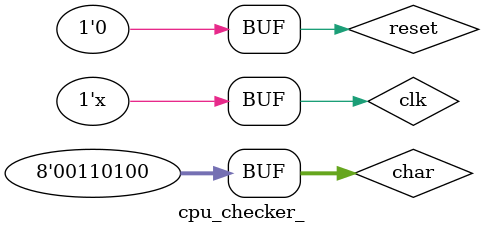
<source format=v>
`timescale 1ns / 1ps


module cpu_checker_;

	// Inputs
	reg clk;
	reg reset;
	reg [7:0] char;

	// Outputs
	wire [1:0] format_type;

	// Instantiate the Unit Under Test (UUT)
	cpu_checker uut (
		.clk(clk), 
		.reset(reset), 
		.char(char), 
		.format_type(format_type)
	);

	initial begin
		clk = 1;
		reset = 0;
		char = 0;

		#10 
		char = "^";
		#10 
		char = "1";
		#10 
		char = "0";
		#10
		char = "2";
		#10 
		char = "4";
		#10 
		char = "@";
		#10 
		char = "0";
		#10 
		char = "0";
		#10 
		char = "0";
		#10 
		char = "0";
		#10 
		char = "3";
		#10 
		char = "0";
		#10 
		char = "f";
		#10 
		char = "c";
		#10 
		char = ":";
		#10 
		char = " ";
		#10 
		char = "$";
		#10 
		char = "2";
		#10 
		char = " ";
		#10 
		char = "<";
		#10 
		char = "=";
		#10 
		char = " ";
		#10 
		char = "8";
		#10 
		char = "9";
		#10 
		char = "a";
		#10 
		char = "b";
		#10 
		char = "c";
		#10 
		char = "d";
		#10 
		char = "e";
		#10 
		char = "f";
		#10 
		char = "#";
		#10 
		char = "^";
		#10 
		char = "6";
		#10 
		char = "4";

	end
	
	always #5 clk = ~clk;
      
endmodule


</source>
